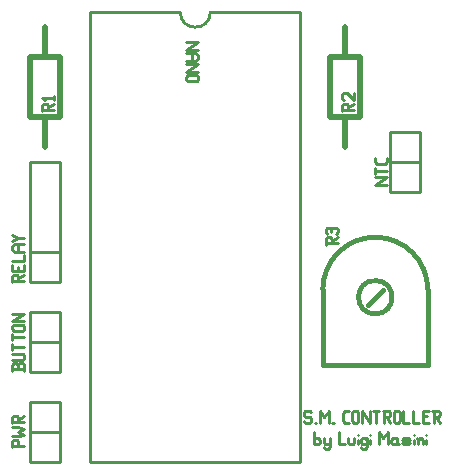
<source format=gbr>
G04 start of page 8 for group -4079 idx -4079 *
G04 Title: Controller, topsilk *
G04 Creator: pcb 4.0.2 *
G04 CreationDate: Sun May 26 22:24:23 2019 UTC *
G04 For: luigi *
G04 Format: Gerber/RS-274X *
G04 PCB-Dimensions (mil): 1480.00 1600.00 *
G04 PCB-Coordinate-Origin: lower left *
%MOIN*%
%FSLAX25Y25*%
%LNTOPSILK*%
%ADD45C,0.0150*%
%ADD44C,0.0200*%
%ADD43C,0.0100*%
G54D43*X104560Y15040D02*Y11040D01*
Y11540D02*X105060Y11040D01*
X106060D01*
X106560Y11540D01*
Y12540D02*Y11540D01*
X106060Y13040D02*X106560Y12540D01*
X105060Y13040D02*X106060D01*
X104560Y12540D02*X105060Y13040D01*
X107760D02*Y11540D01*
X108260Y11040D01*
X109760Y13040D02*Y10040D01*
X109260Y9540D02*X109760Y10040D01*
X108260Y9540D02*X109260D01*
X107760Y10040D02*X108260Y9540D01*
Y11040D02*X109260D01*
X109760Y11540D01*
X112760Y15040D02*Y11040D01*
X114760D01*
X115960Y13040D02*Y11540D01*
X116460Y11040D01*
X117460D01*
X117960Y11540D01*
Y13040D02*Y11540D01*
X119160Y14040D02*Y13940D01*
Y12540D02*Y11040D01*
X121660Y13040D02*X122160Y12540D01*
X120660Y13040D02*X121660D01*
X120160Y12540D02*X120660Y13040D01*
X120160Y12540D02*Y11540D01*
X120660Y11040D01*
X121660D01*
X122160Y11540D01*
X120160Y10040D02*X120660Y9540D01*
X121660D01*
X122160Y10040D01*
Y13040D02*Y10040D01*
X123360Y14040D02*Y13940D01*
Y12540D02*Y11040D01*
X126160Y15040D02*Y11040D01*
Y15040D02*X127660Y13040D01*
X129160Y15040D01*
Y11040D01*
X131860Y13040D02*X132360Y12540D01*
X130860Y13040D02*X131860D01*
X130360Y12540D02*X130860Y13040D01*
X130360Y12540D02*Y11540D01*
X130860Y11040D01*
X132360Y13040D02*Y11540D01*
X132860Y11040D01*
X130860D02*X131860D01*
X132360Y11540D01*
X134560Y11040D02*X136060D01*
X136560Y11540D01*
X136060Y12040D02*X136560Y11540D01*
X134560Y12040D02*X136060D01*
X134060Y12540D02*X134560Y12040D01*
X134060Y12540D02*X134560Y13040D01*
X136060D01*
X136560Y12540D01*
X134060Y11540D02*X134560Y11040D01*
X137760Y14040D02*Y13940D01*
Y12540D02*Y11040D01*
X139260Y12540D02*Y11040D01*
Y12540D02*X139760Y13040D01*
X140260D01*
X140760Y12540D01*
Y11040D01*
X138760Y13040D02*X139260Y12540D01*
X141960Y14040D02*Y13940D01*
Y12540D02*Y11040D01*
X103100Y22140D02*X103600Y21640D01*
X101600Y22140D02*X103100D01*
X101100Y21640D02*X101600Y22140D01*
X101100Y21640D02*Y20640D01*
X101600Y20140D01*
X103100D01*
X103600Y19640D01*
Y18640D01*
X103100Y18140D02*X103600Y18640D01*
X101600Y18140D02*X103100D01*
X101100Y18640D02*X101600Y18140D01*
X104800D02*X105300D01*
X106500Y22140D02*Y18140D01*
Y22140D02*X108000Y20140D01*
X109500Y22140D01*
Y18140D01*
X110700D02*X111200D01*
X114900D02*X116200D01*
X114200Y18840D02*X114900Y18140D01*
X114200Y21440D02*Y18840D01*
Y21440D02*X114900Y22140D01*
X116200D01*
X117400Y21640D02*Y18640D01*
Y21640D02*X117900Y22140D01*
X118900D01*
X119400Y21640D01*
Y18640D01*
X118900Y18140D02*X119400Y18640D01*
X117900Y18140D02*X118900D01*
X117400Y18640D02*X117900Y18140D01*
X120600Y22140D02*Y18140D01*
Y22140D02*X123100Y18140D01*
Y22140D02*Y18140D01*
X124300Y22140D02*X126300D01*
X125300D02*Y18140D01*
X127500Y22140D02*X129500D01*
X130000Y21640D01*
Y20640D01*
X129500Y20140D02*X130000Y20640D01*
X128000Y20140D02*X129500D01*
X128000Y22140D02*Y18140D01*
X128800Y20140D02*X130000Y18140D01*
X131200Y21640D02*Y18640D01*
Y21640D02*X131700Y22140D01*
X132700D01*
X133200Y21640D01*
Y18640D01*
X132700Y18140D02*X133200Y18640D01*
X131700Y18140D02*X132700D01*
X131200Y18640D02*X131700Y18140D01*
X134400Y22140D02*Y18140D01*
X136400D01*
X137600Y22140D02*Y18140D01*
X139600D01*
X140800Y20340D02*X142300D01*
X140800Y18140D02*X142800D01*
X140800Y22140D02*Y18140D01*
Y22140D02*X142800D01*
X144000D02*X146000D01*
X146500Y21640D01*
Y20640D01*
X146000Y20140D02*X146500Y20640D01*
X144500Y20140D02*X146000D01*
X144500Y22140D02*Y18140D01*
X145300Y20140D02*X146500Y18140D01*
G54D44*X10000Y140000D02*Y120000D01*
Y140000D02*X20000D01*
Y120000D01*
X10000D02*X20000D01*
X15000D02*Y110000D01*
Y150000D02*Y140000D01*
G54D43*X10000Y25000D02*Y5000D01*
X20000D01*
Y25000D01*
X10000D01*
Y15000D02*X20000D01*
Y25000D01*
Y105000D02*Y65000D01*
X10000Y105000D02*X20000D01*
X10000D02*Y65000D01*
X20000D01*
X10000Y75000D02*X20000D01*
X10000D02*Y65000D01*
X20000Y55000D02*Y35000D01*
X10000Y55000D02*X20000D01*
X10000D02*Y35000D01*
X20000D01*
X10000Y45000D02*X20000D01*
X10000D02*Y35000D01*
G54D45*X142500Y62500D02*Y57500D01*
X107500Y62500D02*Y60000D01*
Y42500D02*Y37500D01*
X142500D01*
Y42500D02*Y37500D01*
X122500Y57500D02*X127500Y62500D01*
X107500Y60000D02*Y57500D01*
X142500Y60000D02*Y42500D01*
X107500Y57500D02*Y42500D01*
X125000Y54410D02*G75*G03X125000Y54410I0J5590D01*G01*
X142500Y62500D02*G75*G03X125000Y80000I-17500J0D01*G01*
G75*G03X107500Y62500I0J-17500D01*G01*
G54D44*X110000Y140000D02*Y120000D01*
Y140000D02*X120000D01*
Y120000D01*
X110000D02*X120000D01*
X115000D02*Y110000D01*
Y150000D02*Y140000D01*
G54D43*X140000Y115000D02*Y95000D01*
X130000Y115000D02*X140000D01*
X130000D02*Y95000D01*
X140000D01*
X130000Y105000D02*X140000D01*
X130000D02*Y95000D01*
X30000Y155000D02*Y5000D01*
X100000D01*
Y155000D01*
X30000D02*X60000D01*
X70000D02*X100000D01*
X60000D02*G75*G03X70000Y155000I5000J0D01*G01*
X14000Y124000D02*Y122000D01*
Y124000D02*X14500Y124500D01*
X15500D01*
X16000Y124000D02*X15500Y124500D01*
X16000Y124000D02*Y122500D01*
X14000D02*X18000D01*
X16000Y123300D02*X18000Y124500D01*
X14800Y125700D02*X14000Y126500D01*
X18000D01*
Y127200D02*Y125700D01*
X4000Y10500D02*X8000D01*
X4000Y12000D02*Y10000D01*
Y12000D02*X4500Y12500D01*
X5500D01*
X6000Y12000D02*X5500Y12500D01*
X6000Y12000D02*Y10500D01*
X4000Y13700D02*X6000D01*
X8000Y14200D01*
X6000Y15200D01*
X8000Y16200D01*
X6000Y16700D01*
X4000D02*X6000D01*
X4000Y19900D02*Y17900D01*
Y19900D02*X4500Y20400D01*
X5500D01*
X6000Y19900D02*X5500Y20400D01*
X6000Y19900D02*Y18400D01*
X4000D02*X8000D01*
X6000Y19200D02*X8000Y20400D01*
X4000Y67000D02*Y65000D01*
Y67000D02*X4500Y67500D01*
X5500D01*
X6000Y67000D02*X5500Y67500D01*
X6000Y67000D02*Y65500D01*
X4000D02*X8000D01*
X6000Y66300D02*X8000Y67500D01*
X5800Y70200D02*Y68700D01*
X8000Y70700D02*Y68700D01*
X4000D02*X8000D01*
X4000Y70700D02*Y68700D01*
Y71900D02*X8000D01*
Y73900D02*Y71900D01*
X5000Y75100D02*X8000D01*
X5000D02*X4000Y75800D01*
Y76900D02*Y75800D01*
Y76900D02*X5000Y77600D01*
X8000D01*
X6000D02*Y75100D01*
X4000Y78800D02*X6000Y79800D01*
X4000Y80800D01*
X6000Y79800D02*X8000D01*
Y37500D02*Y35500D01*
Y37500D02*X7500Y38000D01*
X6300D02*X7500D01*
X5800Y37500D02*X6300Y38000D01*
X5800Y37500D02*Y36000D01*
X4000D02*X8000D01*
X4000Y37500D02*Y35500D01*
Y37500D02*X4500Y38000D01*
X5300D01*
X5800Y37500D02*X5300Y38000D01*
X4000Y39200D02*X7500D01*
X8000Y39700D01*
Y40700D02*Y39700D01*
Y40700D02*X7500Y41200D01*
X4000D02*X7500D01*
X4000Y44400D02*Y42400D01*
Y43400D02*X8000D01*
X4000Y47600D02*Y45600D01*
Y46600D02*X8000D01*
X4500Y48800D02*X7500D01*
X4500D02*X4000Y49300D01*
Y50300D02*Y49300D01*
Y50300D02*X4500Y50800D01*
X7500D01*
X8000Y50300D02*X7500Y50800D01*
X8000Y50300D02*Y49300D01*
X7500Y48800D02*X8000Y49300D01*
X4000Y52000D02*X8000D01*
X4000D02*X8000Y54500D01*
X4000D02*X8000D01*
X108500Y79500D02*Y77500D01*
Y79500D02*X109000Y80000D01*
X110000D01*
X110500Y79500D02*X110000Y80000D01*
X110500Y79500D02*Y78000D01*
X108500D02*X112500D01*
X110500Y78800D02*X112500Y80000D01*
X109000Y81200D02*X108500Y81700D01*
Y82700D02*Y81700D01*
Y82700D02*X109000Y83200D01*
X112500Y82700D02*X112000Y83200D01*
X112500Y82700D02*Y81700D01*
X112000Y81200D02*X112500Y81700D01*
X110300Y82700D02*Y81700D01*
X109000Y83200D02*X109800D01*
X110800D02*X112000D01*
X110800D02*X110300Y82700D01*
X109800Y83200D02*X110300Y82700D01*
X114000Y124000D02*Y122000D01*
Y124000D02*X114500Y124500D01*
X115500D01*
X116000Y124000D02*X115500Y124500D01*
X116000Y124000D02*Y122500D01*
X114000D02*X118000D01*
X116000Y123300D02*X118000Y124500D01*
X114500Y125700D02*X114000Y126200D01*
Y127700D02*Y126200D01*
Y127700D02*X114500Y128200D01*
X115500D01*
X118000Y125700D02*X115500Y128200D01*
X118000D02*Y125700D01*
X125000Y97500D02*X129000D01*
X125000D02*X129000Y100000D01*
X125000D02*X129000D01*
X125000Y103200D02*Y101200D01*
Y102200D02*X129000D01*
Y106400D02*Y105100D01*
X128300Y104400D02*X129000Y105100D01*
X125700Y104400D02*X128300D01*
X125700D02*X125000Y105100D01*
Y106400D02*Y105100D01*
X62000Y145000D02*X66000D01*
X62000Y142500D01*
X66000D01*
X62000Y141300D02*X65000D01*
X66000Y140600D01*
Y139500D01*
X65000Y138800D01*
X62000D02*X65000D01*
X64000Y141300D02*Y138800D01*
X62000Y137600D02*X66000D01*
X62000Y135100D01*
X66000D01*
X62500Y133900D02*X65500D01*
X66000Y133400D01*
Y132400D01*
X65500Y131900D01*
X62500D02*X65500D01*
X62000Y132400D02*X62500Y131900D01*
X62000Y133400D02*Y132400D01*
X62500Y133900D02*X62000Y133400D01*
M02*

</source>
